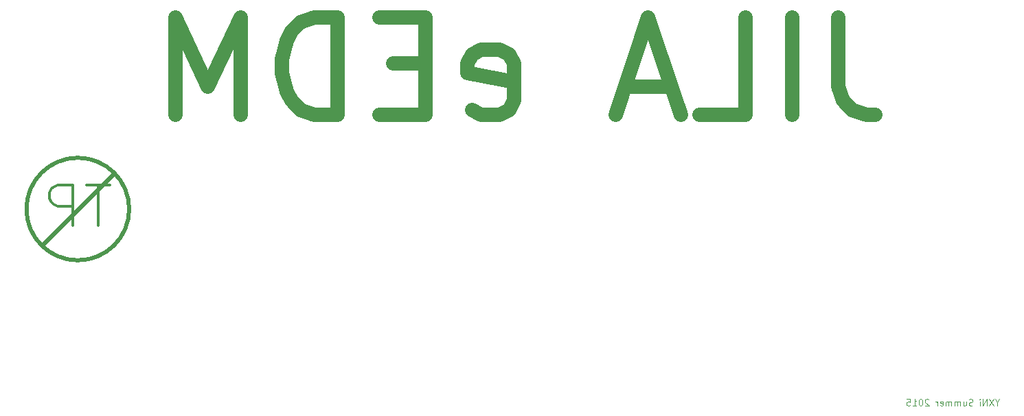
<source format=gbo>
G04 (created by PCBNEW (2013-07-07 BZR 4022)-stable) date 8/13/2015 10:27:12 AM*
%MOIN*%
G04 Gerber Fmt 3.4, Leading zero omitted, Abs format*
%FSLAX34Y34*%
G01*
G70*
G90*
G04 APERTURE LIST*
%ADD10C,0.00590551*%
%ADD11C,0.00393701*%
%ADD12C,0.0019685*%
%ADD13C,0.00787402*%
%ADD14C,0.019685*%
%ADD15C,0.011811*%
%ADD16C,0.0708661*%
G04 APERTURE END LIST*
G54D10*
G54D11*
X102482Y-89077D02*
X102437Y-89092D01*
X102362Y-89092D01*
X102332Y-89077D01*
X102317Y-89062D01*
X102302Y-89032D01*
X102302Y-89002D01*
X102317Y-88972D01*
X102332Y-88957D01*
X102362Y-88942D01*
X102422Y-88927D01*
X102452Y-88912D01*
X102467Y-88897D01*
X102482Y-88867D01*
X102482Y-88837D01*
X102467Y-88807D01*
X102452Y-88792D01*
X102422Y-88777D01*
X102347Y-88777D01*
X102302Y-88792D01*
X102032Y-88882D02*
X102032Y-89092D01*
X102167Y-88882D02*
X102167Y-89047D01*
X102152Y-89077D01*
X102122Y-89092D01*
X102077Y-89092D01*
X102047Y-89077D01*
X102032Y-89062D01*
X101882Y-89092D02*
X101882Y-88882D01*
X101882Y-88912D02*
X101867Y-88897D01*
X101837Y-88882D01*
X101792Y-88882D01*
X101762Y-88897D01*
X101747Y-88927D01*
X101747Y-89092D01*
X101747Y-88927D02*
X101732Y-88897D01*
X101702Y-88882D01*
X101657Y-88882D01*
X101627Y-88897D01*
X101612Y-88927D01*
X101612Y-89092D01*
X101462Y-89092D02*
X101462Y-88882D01*
X101462Y-88912D02*
X101447Y-88897D01*
X101417Y-88882D01*
X101372Y-88882D01*
X101342Y-88897D01*
X101327Y-88927D01*
X101327Y-89092D01*
X101327Y-88927D02*
X101312Y-88897D01*
X101282Y-88882D01*
X101237Y-88882D01*
X101207Y-88897D01*
X101192Y-88927D01*
X101192Y-89092D01*
X100922Y-89077D02*
X100952Y-89092D01*
X101012Y-89092D01*
X101042Y-89077D01*
X101057Y-89047D01*
X101057Y-88927D01*
X101042Y-88897D01*
X101012Y-88882D01*
X100952Y-88882D01*
X100922Y-88897D01*
X100907Y-88927D01*
X100907Y-88957D01*
X101057Y-88987D01*
X100772Y-89092D02*
X100772Y-88882D01*
X100772Y-88942D02*
X100757Y-88912D01*
X100742Y-88897D01*
X100712Y-88882D01*
X100682Y-88882D01*
X100353Y-88807D02*
X100338Y-88792D01*
X100308Y-88777D01*
X100233Y-88777D01*
X100203Y-88792D01*
X100188Y-88807D01*
X100173Y-88837D01*
X100173Y-88867D01*
X100188Y-88912D01*
X100368Y-89092D01*
X100173Y-89092D01*
X99978Y-88777D02*
X99948Y-88777D01*
X99918Y-88792D01*
X99903Y-88807D01*
X99888Y-88837D01*
X99873Y-88897D01*
X99873Y-88972D01*
X99888Y-89032D01*
X99903Y-89062D01*
X99918Y-89077D01*
X99948Y-89092D01*
X99978Y-89092D01*
X100008Y-89077D01*
X100023Y-89062D01*
X100038Y-89032D01*
X100053Y-88972D01*
X100053Y-88897D01*
X100038Y-88837D01*
X100023Y-88807D01*
X100008Y-88792D01*
X99978Y-88777D01*
X99573Y-89092D02*
X99753Y-89092D01*
X99663Y-89092D02*
X99663Y-88777D01*
X99693Y-88822D01*
X99723Y-88852D01*
X99753Y-88867D01*
X99288Y-88777D02*
X99438Y-88777D01*
X99453Y-88927D01*
X99438Y-88912D01*
X99408Y-88897D01*
X99333Y-88897D01*
X99303Y-88912D01*
X99288Y-88927D01*
X99273Y-88957D01*
X99273Y-89032D01*
X99288Y-89062D01*
X99303Y-89077D01*
X99333Y-89092D01*
X99408Y-89092D01*
X99438Y-89077D01*
X99453Y-89062D01*
G54D12*
X103683Y-88942D02*
X103683Y-89092D01*
X103788Y-88777D02*
X103683Y-88942D01*
X103578Y-88777D01*
X103503Y-88777D02*
X103293Y-89092D01*
X103293Y-88777D02*
X103503Y-89092D01*
X103173Y-89092D02*
X103173Y-88777D01*
X102993Y-89092D01*
X102993Y-88777D01*
X102843Y-89092D02*
X102843Y-88882D01*
X102843Y-88777D02*
X102858Y-88792D01*
X102843Y-88807D01*
X102828Y-88792D01*
X102843Y-88777D01*
X102843Y-88807D01*
G54D13*
X57314Y-81328D02*
X57311Y-81328D01*
G54D14*
X60809Y-77834D02*
X57314Y-81328D01*
X61549Y-79527D02*
G75*
G03X61549Y-79527I-2494J0D01*
G74*
G01*
G54D15*
X60601Y-78355D02*
X59476Y-78355D01*
X60039Y-80324D02*
X60039Y-78355D01*
X58820Y-80324D02*
X58820Y-78355D01*
X58070Y-78355D01*
X57883Y-78449D01*
X57789Y-78543D01*
X57695Y-78730D01*
X57695Y-79011D01*
X57789Y-79199D01*
X57883Y-79293D01*
X58070Y-79386D01*
X58820Y-79386D01*
G54D16*
X95950Y-70187D02*
X95950Y-73562D01*
X96175Y-74237D01*
X96625Y-74687D01*
X97300Y-74912D01*
X97750Y-74912D01*
X93700Y-74912D02*
X93700Y-70187D01*
X89201Y-74912D02*
X91451Y-74912D01*
X91451Y-70187D01*
X87851Y-73562D02*
X85601Y-73562D01*
X88301Y-74912D02*
X86726Y-70187D01*
X85151Y-74912D01*
X78177Y-74687D02*
X78627Y-74912D01*
X79527Y-74912D01*
X79977Y-74687D01*
X80202Y-74237D01*
X80202Y-72437D01*
X79977Y-71987D01*
X79527Y-71762D01*
X78627Y-71762D01*
X78177Y-71987D01*
X77952Y-72437D01*
X77952Y-72887D01*
X80202Y-73337D01*
X75928Y-72437D02*
X74353Y-72437D01*
X73678Y-74912D02*
X75928Y-74912D01*
X75928Y-70187D01*
X73678Y-70187D01*
X71653Y-74912D02*
X71653Y-70187D01*
X70528Y-70187D01*
X69853Y-70412D01*
X69403Y-70862D01*
X69178Y-71312D01*
X68953Y-72212D01*
X68953Y-72887D01*
X69178Y-73787D01*
X69403Y-74237D01*
X69853Y-74687D01*
X70528Y-74912D01*
X71653Y-74912D01*
X66929Y-74912D02*
X66929Y-70187D01*
X65354Y-73562D01*
X63779Y-70187D01*
X63779Y-74912D01*
M02*

</source>
